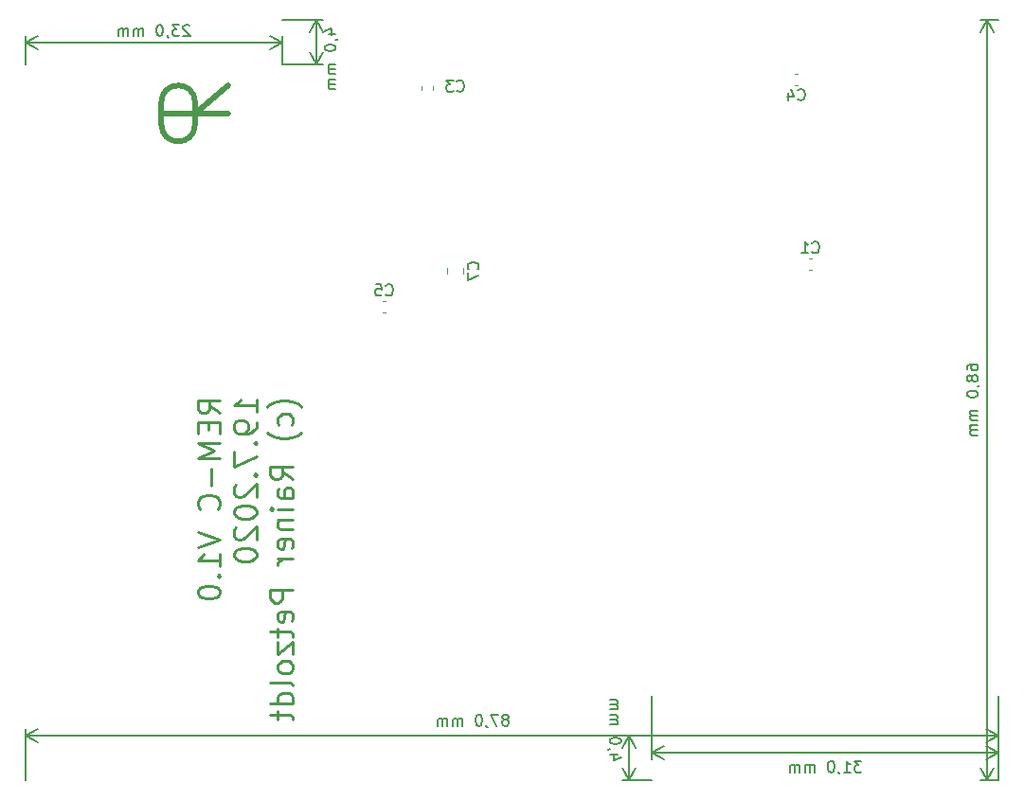
<source format=gbo>
%TF.GenerationSoftware,KiCad,Pcbnew,(5.1.5)-3*%
%TF.CreationDate,2020-07-19T14:01:50+02:00*%
%TF.ProjectId,REM-C,52454d2d-432e-46b6-9963-61645f706362,rev?*%
%TF.SameCoordinates,Original*%
%TF.FileFunction,Legend,Bot*%
%TF.FilePolarity,Positive*%
%FSLAX46Y46*%
G04 Gerber Fmt 4.6, Leading zero omitted, Abs format (unit mm)*
G04 Created by KiCad (PCBNEW (5.1.5)-3) date 2020-07-19 14:01:50*
%MOMM*%
%LPD*%
G04 APERTURE LIST*
%ADD10C,0.150000*%
%ADD11C,0.250000*%
%ADD12C,0.120000*%
%ADD13C,0.500000*%
G04 APERTURE END LIST*
D10*
X143021547Y-94080952D02*
X143116785Y-94033333D01*
X143164404Y-93985714D01*
X143212023Y-93890476D01*
X143212023Y-93842857D01*
X143164404Y-93747619D01*
X143116785Y-93700000D01*
X143021547Y-93652380D01*
X142831071Y-93652380D01*
X142735833Y-93700000D01*
X142688214Y-93747619D01*
X142640595Y-93842857D01*
X142640595Y-93890476D01*
X142688214Y-93985714D01*
X142735833Y-94033333D01*
X142831071Y-94080952D01*
X143021547Y-94080952D01*
X143116785Y-94128571D01*
X143164404Y-94176190D01*
X143212023Y-94271428D01*
X143212023Y-94461904D01*
X143164404Y-94557142D01*
X143116785Y-94604761D01*
X143021547Y-94652380D01*
X142831071Y-94652380D01*
X142735833Y-94604761D01*
X142688214Y-94557142D01*
X142640595Y-94461904D01*
X142640595Y-94271428D01*
X142688214Y-94176190D01*
X142735833Y-94128571D01*
X142831071Y-94080952D01*
X142307261Y-93652380D02*
X141640595Y-93652380D01*
X142069166Y-94652380D01*
X141212023Y-94604761D02*
X141212023Y-94652380D01*
X141259642Y-94747619D01*
X141307261Y-94795238D01*
X140592976Y-93652380D02*
X140497738Y-93652380D01*
X140402500Y-93700000D01*
X140354880Y-93747619D01*
X140307261Y-93842857D01*
X140259642Y-94033333D01*
X140259642Y-94271428D01*
X140307261Y-94461904D01*
X140354880Y-94557142D01*
X140402500Y-94604761D01*
X140497738Y-94652380D01*
X140592976Y-94652380D01*
X140688214Y-94604761D01*
X140735833Y-94557142D01*
X140783452Y-94461904D01*
X140831071Y-94271428D01*
X140831071Y-94033333D01*
X140783452Y-93842857D01*
X140735833Y-93747619D01*
X140688214Y-93700000D01*
X140592976Y-93652380D01*
X139069166Y-94652380D02*
X139069166Y-93985714D01*
X139069166Y-94080952D02*
X139021547Y-94033333D01*
X138926309Y-93985714D01*
X138783452Y-93985714D01*
X138688214Y-94033333D01*
X138640595Y-94128571D01*
X138640595Y-94652380D01*
X138640595Y-94128571D02*
X138592976Y-94033333D01*
X138497738Y-93985714D01*
X138354880Y-93985714D01*
X138259642Y-94033333D01*
X138212023Y-94128571D01*
X138212023Y-94652380D01*
X137735833Y-94652380D02*
X137735833Y-93985714D01*
X137735833Y-94080952D02*
X137688214Y-94033333D01*
X137592976Y-93985714D01*
X137450119Y-93985714D01*
X137354880Y-94033333D01*
X137307261Y-94128571D01*
X137307261Y-94652380D01*
X137307261Y-94128571D02*
X137259642Y-94033333D01*
X137164404Y-93985714D01*
X137021547Y-93985714D01*
X136926309Y-94033333D01*
X136878690Y-94128571D01*
X136878690Y-94652380D01*
X187000000Y-95500000D02*
X100000000Y-95500000D01*
X187000000Y-99500000D02*
X187000000Y-94913579D01*
X100000000Y-99500000D02*
X100000000Y-94913579D01*
X100000000Y-95500000D02*
X101126504Y-94913579D01*
X100000000Y-95500000D02*
X101126504Y-96086421D01*
X187000000Y-95500000D02*
X185873496Y-94913579D01*
X187000000Y-95500000D02*
X185873496Y-96086421D01*
X184152380Y-62785714D02*
X184152380Y-62595238D01*
X184200000Y-62500000D01*
X184247619Y-62452380D01*
X184390476Y-62357142D01*
X184580952Y-62309523D01*
X184961904Y-62309523D01*
X185057142Y-62357142D01*
X185104761Y-62404761D01*
X185152380Y-62500000D01*
X185152380Y-62690476D01*
X185104761Y-62785714D01*
X185057142Y-62833333D01*
X184961904Y-62880952D01*
X184723809Y-62880952D01*
X184628571Y-62833333D01*
X184580952Y-62785714D01*
X184533333Y-62690476D01*
X184533333Y-62500000D01*
X184580952Y-62404761D01*
X184628571Y-62357142D01*
X184723809Y-62309523D01*
X184580952Y-63452380D02*
X184533333Y-63357142D01*
X184485714Y-63309523D01*
X184390476Y-63261904D01*
X184342857Y-63261904D01*
X184247619Y-63309523D01*
X184200000Y-63357142D01*
X184152380Y-63452380D01*
X184152380Y-63642857D01*
X184200000Y-63738095D01*
X184247619Y-63785714D01*
X184342857Y-63833333D01*
X184390476Y-63833333D01*
X184485714Y-63785714D01*
X184533333Y-63738095D01*
X184580952Y-63642857D01*
X184580952Y-63452380D01*
X184628571Y-63357142D01*
X184676190Y-63309523D01*
X184771428Y-63261904D01*
X184961904Y-63261904D01*
X185057142Y-63309523D01*
X185104761Y-63357142D01*
X185152380Y-63452380D01*
X185152380Y-63642857D01*
X185104761Y-63738095D01*
X185057142Y-63785714D01*
X184961904Y-63833333D01*
X184771428Y-63833333D01*
X184676190Y-63785714D01*
X184628571Y-63738095D01*
X184580952Y-63642857D01*
X185104761Y-64309523D02*
X185152380Y-64309523D01*
X185247619Y-64261904D01*
X185295238Y-64214285D01*
X184152380Y-64928571D02*
X184152380Y-65023809D01*
X184200000Y-65119047D01*
X184247619Y-65166666D01*
X184342857Y-65214285D01*
X184533333Y-65261904D01*
X184771428Y-65261904D01*
X184961904Y-65214285D01*
X185057142Y-65166666D01*
X185104761Y-65119047D01*
X185152380Y-65023809D01*
X185152380Y-64928571D01*
X185104761Y-64833333D01*
X185057142Y-64785714D01*
X184961904Y-64738095D01*
X184771428Y-64690476D01*
X184533333Y-64690476D01*
X184342857Y-64738095D01*
X184247619Y-64785714D01*
X184200000Y-64833333D01*
X184152380Y-64928571D01*
X185152380Y-66452380D02*
X184485714Y-66452380D01*
X184580952Y-66452380D02*
X184533333Y-66500000D01*
X184485714Y-66595238D01*
X184485714Y-66738095D01*
X184533333Y-66833333D01*
X184628571Y-66880952D01*
X185152380Y-66880952D01*
X184628571Y-66880952D02*
X184533333Y-66928571D01*
X184485714Y-67023809D01*
X184485714Y-67166666D01*
X184533333Y-67261904D01*
X184628571Y-67309523D01*
X185152380Y-67309523D01*
X185152380Y-67785714D02*
X184485714Y-67785714D01*
X184580952Y-67785714D02*
X184533333Y-67833333D01*
X184485714Y-67928571D01*
X184485714Y-68071428D01*
X184533333Y-68166666D01*
X184628571Y-68214285D01*
X185152380Y-68214285D01*
X184628571Y-68214285D02*
X184533333Y-68261904D01*
X184485714Y-68357142D01*
X184485714Y-68500000D01*
X184533333Y-68595238D01*
X184628571Y-68642857D01*
X185152380Y-68642857D01*
X186000000Y-99500000D02*
X186000000Y-31500000D01*
X187000000Y-99500000D02*
X185413579Y-99500000D01*
X187000000Y-31500000D02*
X185413579Y-31500000D01*
X186000000Y-31500000D02*
X186586421Y-32626504D01*
X186000000Y-31500000D02*
X185413579Y-32626504D01*
X186000000Y-99500000D02*
X186586421Y-98373496D01*
X186000000Y-99500000D02*
X185413579Y-98373496D01*
X174738095Y-97797380D02*
X174119047Y-97797380D01*
X174452380Y-98178333D01*
X174309523Y-98178333D01*
X174214285Y-98225952D01*
X174166666Y-98273571D01*
X174119047Y-98368809D01*
X174119047Y-98606904D01*
X174166666Y-98702142D01*
X174214285Y-98749761D01*
X174309523Y-98797380D01*
X174595238Y-98797380D01*
X174690476Y-98749761D01*
X174738095Y-98702142D01*
X173166666Y-98797380D02*
X173738095Y-98797380D01*
X173452380Y-98797380D02*
X173452380Y-97797380D01*
X173547619Y-97940238D01*
X173642857Y-98035476D01*
X173738095Y-98083095D01*
X172690476Y-98749761D02*
X172690476Y-98797380D01*
X172738095Y-98892619D01*
X172785714Y-98940238D01*
X172071428Y-97797380D02*
X171976190Y-97797380D01*
X171880952Y-97845000D01*
X171833333Y-97892619D01*
X171785714Y-97987857D01*
X171738095Y-98178333D01*
X171738095Y-98416428D01*
X171785714Y-98606904D01*
X171833333Y-98702142D01*
X171880952Y-98749761D01*
X171976190Y-98797380D01*
X172071428Y-98797380D01*
X172166666Y-98749761D01*
X172214285Y-98702142D01*
X172261904Y-98606904D01*
X172309523Y-98416428D01*
X172309523Y-98178333D01*
X172261904Y-97987857D01*
X172214285Y-97892619D01*
X172166666Y-97845000D01*
X172071428Y-97797380D01*
X170547619Y-98797380D02*
X170547619Y-98130714D01*
X170547619Y-98225952D02*
X170500000Y-98178333D01*
X170404761Y-98130714D01*
X170261904Y-98130714D01*
X170166666Y-98178333D01*
X170119047Y-98273571D01*
X170119047Y-98797380D01*
X170119047Y-98273571D02*
X170071428Y-98178333D01*
X169976190Y-98130714D01*
X169833333Y-98130714D01*
X169738095Y-98178333D01*
X169690476Y-98273571D01*
X169690476Y-98797380D01*
X169214285Y-98797380D02*
X169214285Y-98130714D01*
X169214285Y-98225952D02*
X169166666Y-98178333D01*
X169071428Y-98130714D01*
X168928571Y-98130714D01*
X168833333Y-98178333D01*
X168785714Y-98273571D01*
X168785714Y-98797380D01*
X168785714Y-98273571D02*
X168738095Y-98178333D01*
X168642857Y-98130714D01*
X168500000Y-98130714D01*
X168404761Y-98178333D01*
X168357142Y-98273571D01*
X168357142Y-98797380D01*
X156000000Y-97045000D02*
X187000000Y-97045000D01*
X156000000Y-92000000D02*
X156000000Y-97631421D01*
X187000000Y-92000000D02*
X187000000Y-97631421D01*
X187000000Y-97045000D02*
X185873496Y-97631421D01*
X187000000Y-97045000D02*
X185873496Y-96458579D01*
X156000000Y-97045000D02*
X157126504Y-97631421D01*
X156000000Y-97045000D02*
X157126504Y-96458579D01*
X152914285Y-97238095D02*
X152247619Y-97238095D01*
X153295238Y-97476190D02*
X152580952Y-97714285D01*
X152580952Y-97095238D01*
X152295238Y-96666666D02*
X152247619Y-96666666D01*
X152152380Y-96714285D01*
X152104761Y-96761904D01*
X153247619Y-96047619D02*
X153247619Y-95952380D01*
X153200000Y-95857142D01*
X153152380Y-95809523D01*
X153057142Y-95761904D01*
X152866666Y-95714285D01*
X152628571Y-95714285D01*
X152438095Y-95761904D01*
X152342857Y-95809523D01*
X152295238Y-95857142D01*
X152247619Y-95952380D01*
X152247619Y-96047619D01*
X152295238Y-96142857D01*
X152342857Y-96190476D01*
X152438095Y-96238095D01*
X152628571Y-96285714D01*
X152866666Y-96285714D01*
X153057142Y-96238095D01*
X153152380Y-96190476D01*
X153200000Y-96142857D01*
X153247619Y-96047619D01*
X152247619Y-94523809D02*
X152914285Y-94523809D01*
X152819047Y-94523809D02*
X152866666Y-94476190D01*
X152914285Y-94380952D01*
X152914285Y-94238095D01*
X152866666Y-94142857D01*
X152771428Y-94095238D01*
X152247619Y-94095238D01*
X152771428Y-94095238D02*
X152866666Y-94047619D01*
X152914285Y-93952380D01*
X152914285Y-93809523D01*
X152866666Y-93714285D01*
X152771428Y-93666666D01*
X152247619Y-93666666D01*
X152247619Y-93190476D02*
X152914285Y-93190476D01*
X152819047Y-93190476D02*
X152866666Y-93142857D01*
X152914285Y-93047619D01*
X152914285Y-92904761D01*
X152866666Y-92809523D01*
X152771428Y-92761904D01*
X152247619Y-92761904D01*
X152771428Y-92761904D02*
X152866666Y-92714285D01*
X152914285Y-92619047D01*
X152914285Y-92476190D01*
X152866666Y-92380952D01*
X152771428Y-92333333D01*
X152247619Y-92333333D01*
X154000000Y-95500000D02*
X154000000Y-99500000D01*
X156000000Y-95500000D02*
X153413579Y-95500000D01*
X156000000Y-99500000D02*
X153413579Y-99500000D01*
X154000000Y-99500000D02*
X153413579Y-98373496D01*
X154000000Y-99500000D02*
X154586421Y-98373496D01*
X154000000Y-95500000D02*
X153413579Y-96626504D01*
X154000000Y-95500000D02*
X154586421Y-96626504D01*
X114690476Y-32047619D02*
X114642857Y-32000000D01*
X114547619Y-31952380D01*
X114309523Y-31952380D01*
X114214285Y-32000000D01*
X114166666Y-32047619D01*
X114119047Y-32142857D01*
X114119047Y-32238095D01*
X114166666Y-32380952D01*
X114738095Y-32952380D01*
X114119047Y-32952380D01*
X113785714Y-31952380D02*
X113166666Y-31952380D01*
X113500000Y-32333333D01*
X113357142Y-32333333D01*
X113261904Y-32380952D01*
X113214285Y-32428571D01*
X113166666Y-32523809D01*
X113166666Y-32761904D01*
X113214285Y-32857142D01*
X113261904Y-32904761D01*
X113357142Y-32952380D01*
X113642857Y-32952380D01*
X113738095Y-32904761D01*
X113785714Y-32857142D01*
X112690476Y-32904761D02*
X112690476Y-32952380D01*
X112738095Y-33047619D01*
X112785714Y-33095238D01*
X112071428Y-31952380D02*
X111976190Y-31952380D01*
X111880952Y-32000000D01*
X111833333Y-32047619D01*
X111785714Y-32142857D01*
X111738095Y-32333333D01*
X111738095Y-32571428D01*
X111785714Y-32761904D01*
X111833333Y-32857142D01*
X111880952Y-32904761D01*
X111976190Y-32952380D01*
X112071428Y-32952380D01*
X112166666Y-32904761D01*
X112214285Y-32857142D01*
X112261904Y-32761904D01*
X112309523Y-32571428D01*
X112309523Y-32333333D01*
X112261904Y-32142857D01*
X112214285Y-32047619D01*
X112166666Y-32000000D01*
X112071428Y-31952380D01*
X110547619Y-32952380D02*
X110547619Y-32285714D01*
X110547619Y-32380952D02*
X110500000Y-32333333D01*
X110404761Y-32285714D01*
X110261904Y-32285714D01*
X110166666Y-32333333D01*
X110119047Y-32428571D01*
X110119047Y-32952380D01*
X110119047Y-32428571D02*
X110071428Y-32333333D01*
X109976190Y-32285714D01*
X109833333Y-32285714D01*
X109738095Y-32333333D01*
X109690476Y-32428571D01*
X109690476Y-32952380D01*
X109214285Y-32952380D02*
X109214285Y-32285714D01*
X109214285Y-32380952D02*
X109166666Y-32333333D01*
X109071428Y-32285714D01*
X108928571Y-32285714D01*
X108833333Y-32333333D01*
X108785714Y-32428571D01*
X108785714Y-32952380D01*
X108785714Y-32428571D02*
X108738095Y-32333333D01*
X108642857Y-32285714D01*
X108499999Y-32285714D01*
X108404761Y-32333333D01*
X108357142Y-32428571D01*
X108357142Y-32952380D01*
X123000000Y-33535000D02*
X100000000Y-33535000D01*
X123000000Y-35500000D02*
X123000000Y-32948579D01*
X100000000Y-35500000D02*
X100000000Y-32948579D01*
X100000000Y-33535000D02*
X101126504Y-32948579D01*
X100000000Y-33535000D02*
X101126504Y-34121421D01*
X123000000Y-33535000D02*
X121873496Y-32948579D01*
X123000000Y-33535000D02*
X121873496Y-34121421D01*
X127085714Y-32761904D02*
X127752380Y-32761904D01*
X126704761Y-32523809D02*
X127419047Y-32285714D01*
X127419047Y-32904761D01*
X127704761Y-33333333D02*
X127752380Y-33333333D01*
X127847619Y-33285714D01*
X127895238Y-33238095D01*
X126752380Y-33952380D02*
X126752380Y-34047619D01*
X126800000Y-34142857D01*
X126847619Y-34190476D01*
X126942857Y-34238095D01*
X127133333Y-34285714D01*
X127371428Y-34285714D01*
X127561904Y-34238095D01*
X127657142Y-34190476D01*
X127704761Y-34142857D01*
X127752380Y-34047619D01*
X127752380Y-33952380D01*
X127704761Y-33857142D01*
X127657142Y-33809523D01*
X127561904Y-33761904D01*
X127371428Y-33714285D01*
X127133333Y-33714285D01*
X126942857Y-33761904D01*
X126847619Y-33809523D01*
X126800000Y-33857142D01*
X126752380Y-33952380D01*
X127752380Y-35476190D02*
X127085714Y-35476190D01*
X127180952Y-35476190D02*
X127133333Y-35523809D01*
X127085714Y-35619047D01*
X127085714Y-35761904D01*
X127133333Y-35857142D01*
X127228571Y-35904761D01*
X127752380Y-35904761D01*
X127228571Y-35904761D02*
X127133333Y-35952380D01*
X127085714Y-36047619D01*
X127085714Y-36190476D01*
X127133333Y-36285714D01*
X127228571Y-36333333D01*
X127752380Y-36333333D01*
X127752380Y-36809523D02*
X127085714Y-36809523D01*
X127180952Y-36809523D02*
X127133333Y-36857142D01*
X127085714Y-36952380D01*
X127085714Y-37095238D01*
X127133333Y-37190476D01*
X127228571Y-37238095D01*
X127752380Y-37238095D01*
X127228571Y-37238095D02*
X127133333Y-37285714D01*
X127085714Y-37380952D01*
X127085714Y-37523809D01*
X127133333Y-37619047D01*
X127228571Y-37666666D01*
X127752380Y-37666666D01*
X126000000Y-35500000D02*
X126000000Y-31500000D01*
X123000000Y-35500000D02*
X126586421Y-35500000D01*
X123000000Y-31500000D02*
X126586421Y-31500000D01*
X126000000Y-31500000D02*
X126586421Y-32626504D01*
X126000000Y-31500000D02*
X125413579Y-32626504D01*
X126000000Y-35500000D02*
X126586421Y-34373496D01*
X126000000Y-35500000D02*
X125413579Y-34373496D01*
D11*
X117415761Y-66678547D02*
X116463380Y-66011880D01*
X117415761Y-65535690D02*
X115415761Y-65535690D01*
X115415761Y-66297595D01*
X115511000Y-66488071D01*
X115606238Y-66583309D01*
X115796714Y-66678547D01*
X116082428Y-66678547D01*
X116272904Y-66583309D01*
X116368142Y-66488071D01*
X116463380Y-66297595D01*
X116463380Y-65535690D01*
X116368142Y-67535690D02*
X116368142Y-68202357D01*
X117415761Y-68488071D02*
X117415761Y-67535690D01*
X115415761Y-67535690D01*
X115415761Y-68488071D01*
X117415761Y-69345214D02*
X115415761Y-69345214D01*
X116844333Y-70011880D01*
X115415761Y-70678547D01*
X117415761Y-70678547D01*
X116653857Y-71630928D02*
X116653857Y-73154738D01*
X117225285Y-75249976D02*
X117320523Y-75154738D01*
X117415761Y-74869023D01*
X117415761Y-74678547D01*
X117320523Y-74392833D01*
X117130047Y-74202357D01*
X116939571Y-74107119D01*
X116558619Y-74011880D01*
X116272904Y-74011880D01*
X115891952Y-74107119D01*
X115701476Y-74202357D01*
X115511000Y-74392833D01*
X115415761Y-74678547D01*
X115415761Y-74869023D01*
X115511000Y-75154738D01*
X115606238Y-75249976D01*
X115415761Y-77345214D02*
X117415761Y-78011880D01*
X115415761Y-78678547D01*
X117415761Y-80392833D02*
X117415761Y-79249976D01*
X117415761Y-79821404D02*
X115415761Y-79821404D01*
X115701476Y-79630928D01*
X115891952Y-79440452D01*
X115987190Y-79249976D01*
X117225285Y-81249976D02*
X117320523Y-81345214D01*
X117415761Y-81249976D01*
X117320523Y-81154738D01*
X117225285Y-81249976D01*
X117415761Y-81249976D01*
X115415761Y-82583309D02*
X115415761Y-82773785D01*
X115511000Y-82964261D01*
X115606238Y-83059500D01*
X115796714Y-83154738D01*
X116177666Y-83249976D01*
X116653857Y-83249976D01*
X117034809Y-83154738D01*
X117225285Y-83059500D01*
X117320523Y-82964261D01*
X117415761Y-82773785D01*
X117415761Y-82583309D01*
X117320523Y-82392833D01*
X117225285Y-82297595D01*
X117034809Y-82202357D01*
X116653857Y-82107119D01*
X116177666Y-82107119D01*
X115796714Y-82202357D01*
X115606238Y-82297595D01*
X115511000Y-82392833D01*
X115415761Y-82583309D01*
X120665761Y-66583309D02*
X120665761Y-65440452D01*
X120665761Y-66011880D02*
X118665761Y-66011880D01*
X118951476Y-65821404D01*
X119141952Y-65630928D01*
X119237190Y-65440452D01*
X120665761Y-67535690D02*
X120665761Y-67916642D01*
X120570523Y-68107119D01*
X120475285Y-68202357D01*
X120189571Y-68392833D01*
X119808619Y-68488071D01*
X119046714Y-68488071D01*
X118856238Y-68392833D01*
X118761000Y-68297595D01*
X118665761Y-68107119D01*
X118665761Y-67726166D01*
X118761000Y-67535690D01*
X118856238Y-67440452D01*
X119046714Y-67345214D01*
X119522904Y-67345214D01*
X119713380Y-67440452D01*
X119808619Y-67535690D01*
X119903857Y-67726166D01*
X119903857Y-68107119D01*
X119808619Y-68297595D01*
X119713380Y-68392833D01*
X119522904Y-68488071D01*
X120475285Y-69345214D02*
X120570523Y-69440452D01*
X120665761Y-69345214D01*
X120570523Y-69249976D01*
X120475285Y-69345214D01*
X120665761Y-69345214D01*
X118665761Y-70107119D02*
X118665761Y-71440452D01*
X120665761Y-70583309D01*
X120475285Y-72202357D02*
X120570523Y-72297595D01*
X120665761Y-72202357D01*
X120570523Y-72107119D01*
X120475285Y-72202357D01*
X120665761Y-72202357D01*
X118856238Y-73059500D02*
X118761000Y-73154738D01*
X118665761Y-73345214D01*
X118665761Y-73821404D01*
X118761000Y-74011880D01*
X118856238Y-74107119D01*
X119046714Y-74202357D01*
X119237190Y-74202357D01*
X119522904Y-74107119D01*
X120665761Y-72964261D01*
X120665761Y-74202357D01*
X118665761Y-75440452D02*
X118665761Y-75630928D01*
X118761000Y-75821404D01*
X118856238Y-75916642D01*
X119046714Y-76011880D01*
X119427666Y-76107119D01*
X119903857Y-76107119D01*
X120284809Y-76011880D01*
X120475285Y-75916642D01*
X120570523Y-75821404D01*
X120665761Y-75630928D01*
X120665761Y-75440452D01*
X120570523Y-75249976D01*
X120475285Y-75154738D01*
X120284809Y-75059500D01*
X119903857Y-74964261D01*
X119427666Y-74964261D01*
X119046714Y-75059500D01*
X118856238Y-75154738D01*
X118761000Y-75249976D01*
X118665761Y-75440452D01*
X118856238Y-76869023D02*
X118761000Y-76964261D01*
X118665761Y-77154738D01*
X118665761Y-77630928D01*
X118761000Y-77821404D01*
X118856238Y-77916642D01*
X119046714Y-78011880D01*
X119237190Y-78011880D01*
X119522904Y-77916642D01*
X120665761Y-76773785D01*
X120665761Y-78011880D01*
X118665761Y-79249976D02*
X118665761Y-79440452D01*
X118761000Y-79630928D01*
X118856238Y-79726166D01*
X119046714Y-79821404D01*
X119427666Y-79916642D01*
X119903857Y-79916642D01*
X120284809Y-79821404D01*
X120475285Y-79726166D01*
X120570523Y-79630928D01*
X120665761Y-79440452D01*
X120665761Y-79249976D01*
X120570523Y-79059500D01*
X120475285Y-78964261D01*
X120284809Y-78869023D01*
X119903857Y-78773785D01*
X119427666Y-78773785D01*
X119046714Y-78869023D01*
X118856238Y-78964261D01*
X118761000Y-79059500D01*
X118665761Y-79249976D01*
X124677666Y-66107119D02*
X124582428Y-66011880D01*
X124296714Y-65821404D01*
X124106238Y-65726166D01*
X123820523Y-65630928D01*
X123344333Y-65535690D01*
X122963380Y-65535690D01*
X122487190Y-65630928D01*
X122201476Y-65726166D01*
X122011000Y-65821404D01*
X121725285Y-66011880D01*
X121630047Y-66107119D01*
X123820523Y-67726166D02*
X123915761Y-67535690D01*
X123915761Y-67154738D01*
X123820523Y-66964261D01*
X123725285Y-66869023D01*
X123534809Y-66773785D01*
X122963380Y-66773785D01*
X122772904Y-66869023D01*
X122677666Y-66964261D01*
X122582428Y-67154738D01*
X122582428Y-67535690D01*
X122677666Y-67726166D01*
X124677666Y-68392833D02*
X124582428Y-68488071D01*
X124296714Y-68678547D01*
X124106238Y-68773785D01*
X123820523Y-68869023D01*
X123344333Y-68964261D01*
X122963380Y-68964261D01*
X122487190Y-68869023D01*
X122201476Y-68773785D01*
X122011000Y-68678547D01*
X121725285Y-68488071D01*
X121630047Y-68392833D01*
X123915761Y-72583309D02*
X122963380Y-71916642D01*
X123915761Y-71440452D02*
X121915761Y-71440452D01*
X121915761Y-72202357D01*
X122011000Y-72392833D01*
X122106238Y-72488071D01*
X122296714Y-72583309D01*
X122582428Y-72583309D01*
X122772904Y-72488071D01*
X122868142Y-72392833D01*
X122963380Y-72202357D01*
X122963380Y-71440452D01*
X123915761Y-74297595D02*
X122868142Y-74297595D01*
X122677666Y-74202357D01*
X122582428Y-74011880D01*
X122582428Y-73630928D01*
X122677666Y-73440452D01*
X123820523Y-74297595D02*
X123915761Y-74107119D01*
X123915761Y-73630928D01*
X123820523Y-73440452D01*
X123630047Y-73345214D01*
X123439571Y-73345214D01*
X123249095Y-73440452D01*
X123153857Y-73630928D01*
X123153857Y-74107119D01*
X123058619Y-74297595D01*
X123915761Y-75249976D02*
X122582428Y-75249976D01*
X121915761Y-75249976D02*
X122011000Y-75154738D01*
X122106238Y-75249976D01*
X122011000Y-75345214D01*
X121915761Y-75249976D01*
X122106238Y-75249976D01*
X122582428Y-76202357D02*
X123915761Y-76202357D01*
X122772904Y-76202357D02*
X122677666Y-76297595D01*
X122582428Y-76488071D01*
X122582428Y-76773785D01*
X122677666Y-76964261D01*
X122868142Y-77059500D01*
X123915761Y-77059500D01*
X123820523Y-78773785D02*
X123915761Y-78583309D01*
X123915761Y-78202357D01*
X123820523Y-78011880D01*
X123630047Y-77916642D01*
X122868142Y-77916642D01*
X122677666Y-78011880D01*
X122582428Y-78202357D01*
X122582428Y-78583309D01*
X122677666Y-78773785D01*
X122868142Y-78869023D01*
X123058619Y-78869023D01*
X123249095Y-77916642D01*
X123915761Y-79726166D02*
X122582428Y-79726166D01*
X122963380Y-79726166D02*
X122772904Y-79821404D01*
X122677666Y-79916642D01*
X122582428Y-80107119D01*
X122582428Y-80297595D01*
X123915761Y-82488071D02*
X121915761Y-82488071D01*
X121915761Y-83249976D01*
X122011000Y-83440452D01*
X122106238Y-83535690D01*
X122296714Y-83630928D01*
X122582428Y-83630928D01*
X122772904Y-83535690D01*
X122868142Y-83440452D01*
X122963380Y-83249976D01*
X122963380Y-82488071D01*
X123820523Y-85249976D02*
X123915761Y-85059500D01*
X123915761Y-84678547D01*
X123820523Y-84488071D01*
X123630047Y-84392833D01*
X122868142Y-84392833D01*
X122677666Y-84488071D01*
X122582428Y-84678547D01*
X122582428Y-85059500D01*
X122677666Y-85249976D01*
X122868142Y-85345214D01*
X123058619Y-85345214D01*
X123249095Y-84392833D01*
X122582428Y-85916642D02*
X122582428Y-86678547D01*
X121915761Y-86202357D02*
X123630047Y-86202357D01*
X123820523Y-86297595D01*
X123915761Y-86488071D01*
X123915761Y-86678547D01*
X122582428Y-87154738D02*
X122582428Y-88202357D01*
X123915761Y-87154738D01*
X123915761Y-88202357D01*
X123915761Y-89249976D02*
X123820523Y-89059500D01*
X123725285Y-88964261D01*
X123534809Y-88869023D01*
X122963380Y-88869023D01*
X122772904Y-88964261D01*
X122677666Y-89059500D01*
X122582428Y-89249976D01*
X122582428Y-89535690D01*
X122677666Y-89726166D01*
X122772904Y-89821404D01*
X122963380Y-89916642D01*
X123534809Y-89916642D01*
X123725285Y-89821404D01*
X123820523Y-89726166D01*
X123915761Y-89535690D01*
X123915761Y-89249976D01*
X123915761Y-91059500D02*
X123820523Y-90869023D01*
X123630047Y-90773785D01*
X121915761Y-90773785D01*
X123915761Y-92678547D02*
X121915761Y-92678547D01*
X123820523Y-92678547D02*
X123915761Y-92488071D01*
X123915761Y-92107119D01*
X123820523Y-91916642D01*
X123725285Y-91821404D01*
X123534809Y-91726166D01*
X122963380Y-91726166D01*
X122772904Y-91821404D01*
X122677666Y-91916642D01*
X122582428Y-92107119D01*
X122582428Y-92488071D01*
X122677666Y-92678547D01*
X122582428Y-93345214D02*
X122582428Y-94107119D01*
X121915761Y-93630928D02*
X123630047Y-93630928D01*
X123820523Y-93726166D01*
X123915761Y-93916642D01*
X123915761Y-94107119D01*
D12*
X137720000Y-54233578D02*
X137720000Y-53716422D01*
X139140000Y-54233578D02*
X139140000Y-53716422D01*
D13*
X115172000Y-39878000D02*
X118172000Y-37378000D01*
X115172000Y-38878000D02*
X115172000Y-40878000D01*
X112172000Y-38878000D02*
X112172000Y-40878000D01*
X115172000Y-38878000D02*
G75*
G03X112172000Y-38878000I-1500000J0D01*
G01*
X112172000Y-39878000D02*
X118172000Y-39878000D01*
X112172000Y-40878000D02*
G75*
G03X115172000Y-40878000I1500000J0D01*
G01*
D12*
X168747221Y-36320000D02*
X169072779Y-36320000D01*
X168747221Y-37340000D02*
X169072779Y-37340000D01*
X132242779Y-57660000D02*
X131917221Y-57660000D01*
X132242779Y-56640000D02*
X131917221Y-56640000D01*
X135380000Y-37780279D02*
X135380000Y-37454721D01*
X136400000Y-37780279D02*
X136400000Y-37454721D01*
X170342779Y-53850000D02*
X170017221Y-53850000D01*
X170342779Y-52830000D02*
X170017221Y-52830000D01*
D10*
X140437142Y-53808333D02*
X140484761Y-53760714D01*
X140532380Y-53617857D01*
X140532380Y-53522619D01*
X140484761Y-53379761D01*
X140389523Y-53284523D01*
X140294285Y-53236904D01*
X140103809Y-53189285D01*
X139960952Y-53189285D01*
X139770476Y-53236904D01*
X139675238Y-53284523D01*
X139580000Y-53379761D01*
X139532380Y-53522619D01*
X139532380Y-53617857D01*
X139580000Y-53760714D01*
X139627619Y-53808333D01*
X139532380Y-54141666D02*
X139532380Y-54808333D01*
X140532380Y-54379761D01*
X169076666Y-38617142D02*
X169124285Y-38664761D01*
X169267142Y-38712380D01*
X169362380Y-38712380D01*
X169505238Y-38664761D01*
X169600476Y-38569523D01*
X169648095Y-38474285D01*
X169695714Y-38283809D01*
X169695714Y-38140952D01*
X169648095Y-37950476D01*
X169600476Y-37855238D01*
X169505238Y-37760000D01*
X169362380Y-37712380D01*
X169267142Y-37712380D01*
X169124285Y-37760000D01*
X169076666Y-37807619D01*
X168219523Y-38045714D02*
X168219523Y-38712380D01*
X168457619Y-37664761D02*
X168695714Y-38379047D01*
X168076666Y-38379047D01*
X132246666Y-56077142D02*
X132294285Y-56124761D01*
X132437142Y-56172380D01*
X132532380Y-56172380D01*
X132675238Y-56124761D01*
X132770476Y-56029523D01*
X132818095Y-55934285D01*
X132865714Y-55743809D01*
X132865714Y-55600952D01*
X132818095Y-55410476D01*
X132770476Y-55315238D01*
X132675238Y-55220000D01*
X132532380Y-55172380D01*
X132437142Y-55172380D01*
X132294285Y-55220000D01*
X132246666Y-55267619D01*
X131341904Y-55172380D02*
X131818095Y-55172380D01*
X131865714Y-55648571D01*
X131818095Y-55600952D01*
X131722857Y-55553333D01*
X131484761Y-55553333D01*
X131389523Y-55600952D01*
X131341904Y-55648571D01*
X131294285Y-55743809D01*
X131294285Y-55981904D01*
X131341904Y-56077142D01*
X131389523Y-56124761D01*
X131484761Y-56172380D01*
X131722857Y-56172380D01*
X131818095Y-56124761D01*
X131865714Y-56077142D01*
X138596666Y-37822142D02*
X138644285Y-37869761D01*
X138787142Y-37917380D01*
X138882380Y-37917380D01*
X139025238Y-37869761D01*
X139120476Y-37774523D01*
X139168095Y-37679285D01*
X139215714Y-37488809D01*
X139215714Y-37345952D01*
X139168095Y-37155476D01*
X139120476Y-37060238D01*
X139025238Y-36965000D01*
X138882380Y-36917380D01*
X138787142Y-36917380D01*
X138644285Y-36965000D01*
X138596666Y-37012619D01*
X138263333Y-36917380D02*
X137644285Y-36917380D01*
X137977619Y-37298333D01*
X137834761Y-37298333D01*
X137739523Y-37345952D01*
X137691904Y-37393571D01*
X137644285Y-37488809D01*
X137644285Y-37726904D01*
X137691904Y-37822142D01*
X137739523Y-37869761D01*
X137834761Y-37917380D01*
X138120476Y-37917380D01*
X138215714Y-37869761D01*
X138263333Y-37822142D01*
X170346666Y-52267142D02*
X170394285Y-52314761D01*
X170537142Y-52362380D01*
X170632380Y-52362380D01*
X170775238Y-52314761D01*
X170870476Y-52219523D01*
X170918095Y-52124285D01*
X170965714Y-51933809D01*
X170965714Y-51790952D01*
X170918095Y-51600476D01*
X170870476Y-51505238D01*
X170775238Y-51410000D01*
X170632380Y-51362380D01*
X170537142Y-51362380D01*
X170394285Y-51410000D01*
X170346666Y-51457619D01*
X169394285Y-52362380D02*
X169965714Y-52362380D01*
X169680000Y-52362380D02*
X169680000Y-51362380D01*
X169775238Y-51505238D01*
X169870476Y-51600476D01*
X169965714Y-51648095D01*
M02*

</source>
